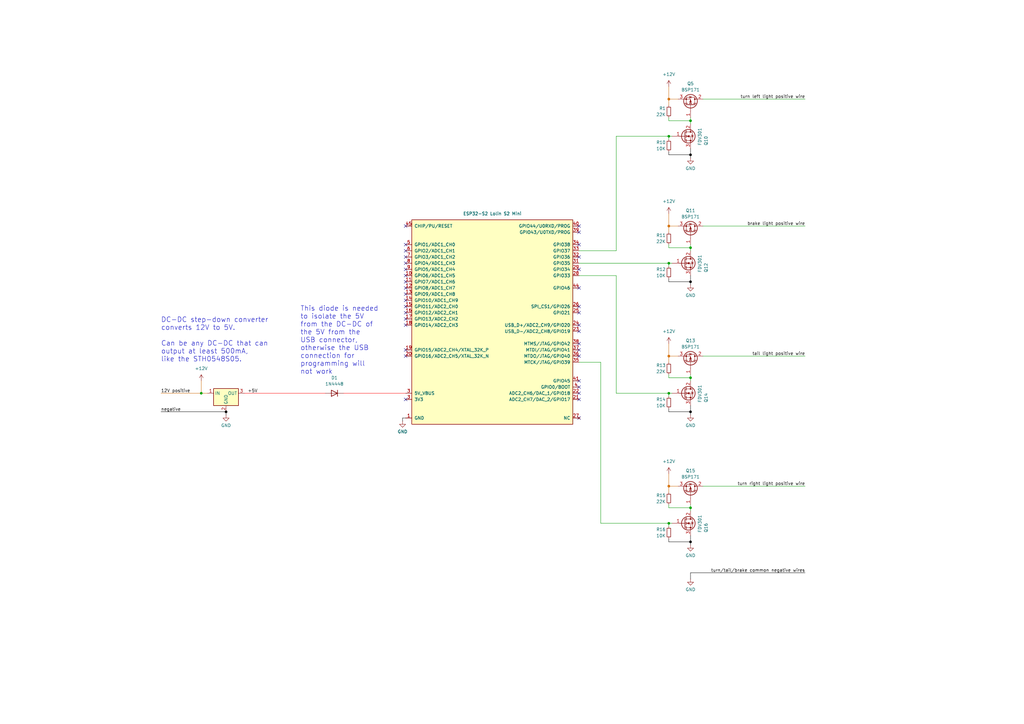
<source format=kicad_sch>
(kicad_sch (version 20230121) (generator eeschema)
  (paper "A3")
  (lib_symbols
    (symbol "Converter_DCDC:OKI-78SR-3.3_1.5-W36-C"
      (property "Reference" "U" (at -3.81 3.175 0))
      (property "Value" "OKI-78SR-3.3_1.5-W36-C" (at 0 3.175 0))
      (symbol "OKI-78SR-3.3_1.5-W36-C_0_1"
        (rectangle (start -5.08 1.905) (end 5.08 -5.08) (stroke (width 0.254)) (fill (type background)))
      )
      (symbol "OKI-78SR-3.3_1.5-W36-C_1_1"
        (pin power_in line (at -7.62 0 0) (length 2.54) (name "IN") (number "1"))
        (pin power_in line (at 0 -7.62 90) (length 2.54) (name "GND") (number "2"))
        (pin power_out line (at 7.62 0 180) (length 2.54) (name "OUT") (number "3"))
      )
    )
    (symbol "Device:R_Small" (pin_numbers hide) (pin_names (offset 0.254) hide)
      (property "Reference" "R" (at 0.762 0.508 0))
      (property "Value" "R_Small" (at 0.762 -1.016 0))
      (symbol "R_Small_0_1"
        (rectangle (start -0.762 1.778) (end 0.762 -1.778) (stroke (width 0.2032)))
      )
      (symbol "R_Small_1_1"
        (pin passive line (at 0 2.54 270) (length 0.762) (name "~") (number "1"))
        (pin passive line (at 0 -2.54 90) (length 0.762) (name "~") (number "2"))
      )
    )
    (symbol "Diode:1N4448" (pin_numbers hide) (pin_names hide)
      (property "Reference" "D" (at 0 2.54 0))
      (property "Value" "1N4448" (at 0 -2.54 0))
      (symbol "1N4448_0_1"
        (polyline (pts (xy -1.27 1.27) (xy -1.27 -1.27)) (stroke (width 0.254)))
        (polyline (pts (xy 1.27 0) (xy -1.27 0)))
        (polyline (pts (xy 1.27 1.27) (xy 1.27 -1.27) (xy -1.27 0) (xy 1.27 1.27)) (stroke (width 0.254)))
      )
      (symbol "1N4448_1_1"
        (pin passive line (at -3.81 0 0) (length 2.54) (name "K") (number "1"))
        (pin passive line (at 3.81 0 180) (length 2.54) (name "A") (number "2"))
      )
    )
    (symbol "Espressif:ESP32-S2-MINI-1" (pin_names (offset 1.016))
      (property "Reference" "U3" (at 0 50.8 0))
      (symbol "ESP32-S2-MINI-1_0_0"
        (pin power_in line (at -35.56 -35.56 0) (length 2.54) (name "GND") (number "1"))
        (pin passive line (at -35.56 -35.56 0) (length 2.54) hide (name "GND") (number "43"))
        (pin input line (at 35.56 17.78 180) (length 2.54) (name "GPIO46") (number "44"))
        (pin bidirectional line (at -35.56 43.18 0) (length 2.54) (name "CHIP/PU/RESET") (number "45"))
        (pin passive line (at -35.56 -35.56 0) (length 2.54) hide (name "GND") (number "46"))
        (pin passive line (at -35.56 -35.56 0) (length 2.54) hide (name "GND") (number "47"))
        (pin passive line (at -35.56 -35.56 0) (length 2.54) hide (name "GND") (number "48"))
        (pin passive line (at -35.56 -35.56 0) (length 2.54) hide (name "GND") (number "49"))
        (pin passive line (at -35.56 -35.56 0) (length 2.54) hide (name "GND") (number "50"))
        (pin passive line (at -35.56 -35.56 0) (length 2.54) hide (name "GND") (number "51"))
        (pin passive line (at -35.56 -35.56 0) (length 2.54) hide (name "GND") (number "52"))
        (pin passive line (at -35.56 -35.56 0) (length 2.54) hide (name "GND") (number "53"))
        (pin passive line (at -35.56 -35.56 0) (length 2.54) hide (name "GND") (number "54"))
        (pin passive line (at -35.56 -35.56 0) (length 2.54) hide (name "GND") (number "55"))
        (pin passive line (at -35.56 -35.56 0) (length 2.54) hide (name "GND") (number "56"))
        (pin passive line (at -35.56 -35.56 0) (length 2.54) hide (name "GND") (number "57"))
        (pin passive line (at -35.56 -35.56 0) (length 2.54) hide (name "GND") (number "58"))
        (pin passive line (at -35.56 -35.56 0) (length 2.54) hide (name "GND") (number "59"))
        (pin passive line (at -35.56 -35.56 0) (length 2.54) hide (name "GND") (number "60"))
        (pin passive line (at -35.56 -35.56 0) (length 2.54) hide (name "GND") (number "61"))
        (pin passive line (at -35.56 -35.56 0) (length 2.54) hide (name "GND") (number "62"))
        (pin passive line (at -35.56 -35.56 0) (length 2.54) hide (name "GND") (number "63"))
        (pin passive line (at -35.56 -35.56 0) (length 2.54) hide (name "GND") (number "64"))
        (pin passive line (at -35.56 -35.56 0) (length 2.54) hide (name "GND") (number "65"))
      )
      (symbol "ESP32-S2-MINI-1_1_1"
        (rectangle (start -33.02 45.72) (end 33.02 -38.1) (stroke (width 0.254)) (fill (type background)))
        (pin bidirectional line (at -35.56 22.86 0) (length 2.54) (name "GPIO6/ADC1_CH5") (number "10"))
        (pin bidirectional line (at -35.56 20.32 0) (length 2.54) (name "GPIO7/ADC1_CH6") (number "11"))
        (pin bidirectional line (at -35.56 17.78 0) (length 2.54) (name "GPIO8/ADC1_CH7") (number "12"))
        (pin bidirectional line (at -35.56 15.24 0) (length 2.54) (name "GPIO9/ADC1_CH8") (number "13"))
        (pin bidirectional line (at -35.56 12.7 0) (length 2.54) (name "GPIO10/ADC1_CH9") (number "14"))
        (pin bidirectional line (at -35.56 10.16 0) (length 2.54) (name "GPIO11/ADC2_CH0") (number "15"))
        (pin bidirectional line (at -35.56 7.62 0) (length 2.54) (name "GPIO12/ADC2_CH1") (number "16"))
        (pin bidirectional line (at -35.56 5.08 0) (length 2.54) (name "GPIO13/ADC2_CH2") (number "17"))
        (pin bidirectional line (at -35.56 2.54 0) (length 2.54) (name "GPIO14/ADC2_CH3") (number "18"))
        (pin bidirectional line (at -35.56 -7.62 0) (length 2.54) (name "GPIO15/ADC2_CH4/XTAL_32K_P") (number "19"))
        (pin passive line (at -35.56 -35.56 0) (length 2.54) hide (name "GND") (number "2"))
        (pin bidirectional line (at -35.56 -10.16 0) (length 2.54) (name "GPIO16/ADC2_CH5/XTAL_32K_N") (number "20"))
        (pin bidirectional line (at 35.56 -27.94 180) (length 2.54) (name "ADC2_CH7/DAC_2/GPIO17") (number "21"))
        (pin bidirectional line (at 35.56 -25.4 180) (length 2.54) (name "ADC2_CH6/DAC_1/GPIO18") (number "22"))
        (pin bidirectional line (at 35.56 0 180) (length 2.54) (name "USB_D-/ADC2_CH8/GPIO19") (number "23"))
        (pin bidirectional line (at 35.56 2.54 180) (length 2.54) (name "USB_D+/ADC2_CH9/GPIO20") (number "24"))
        (pin bidirectional line (at 35.56 7.62 180) (length 2.54) (name "GPIO21") (number "25"))
        (pin bidirectional line (at 35.56 10.16 180) (length 2.54) (name "SPI_CS1/GPIO26") (number "26"))
        (pin no_connect line (at 35.56 -35.56 180) (length 2.54) (name "NC") (number "27"))
        (pin bidirectional line (at 35.56 22.86 180) (length 2.54) (name "GPIO33") (number "28"))
        (pin bidirectional line (at 35.56 25.4 180) (length 2.54) (name "GPIO34") (number "29"))
        (pin power_in line (at -35.56 -27.94 0) (length 2.54) (name "3V3") (number "3"))
        (pin power_in line (at -35.56 -25.4 0) (length 2.54) (name "5V_VBUS") (number "3"))
        (pin passive line (at -35.56 -35.56 0) (length 2.54) hide (name "GND") (number "30"))
        (pin bidirectional line (at 35.56 27.94 180) (length 2.54) (name "GPIO35") (number "31"))
        (pin bidirectional line (at 35.56 30.48 180) (length 2.54) (name "GPIO36") (number "32"))
        (pin bidirectional line (at 35.56 33.02 180) (length 2.54) (name "GPIO37") (number "33"))
        (pin bidirectional line (at 35.56 35.56 180) (length 2.54) (name "GPIO38") (number "34"))
        (pin bidirectional line (at 35.56 -12.7 180) (length 2.54) (name "MTCK/JTAG/GPIO39") (number "35"))
        (pin bidirectional line (at 35.56 -10.16 180) (length 2.54) (name "MTDO/JTAG/GPIO40") (number "36"))
        (pin bidirectional line (at 35.56 -7.62 180) (length 2.54) (name "MTDI/JTAG/GPIO41") (number "37"))
        (pin bidirectional line (at 35.56 -5.08 180) (length 2.54) (name "MTMS/JTAG/GPIO42") (number "38"))
        (pin bidirectional line (at 35.56 40.64 180) (length 2.54) (name "GPIO43/U0TXD/PROG") (number "39"))
        (pin bidirectional line (at 35.56 -22.86 180) (length 2.54) (name "GPIO0/BOOT") (number "4"))
        (pin bidirectional line (at 35.56 43.18 180) (length 2.54) (name "GPIO44/U0RXD/PROG") (number "40"))
        (pin bidirectional line (at 35.56 -20.32 180) (length 2.54) (name "GPIO45") (number "41"))
        (pin passive line (at -35.56 -35.56 0) (length 2.54) hide (name "GND") (number "42"))
        (pin bidirectional line (at -35.56 35.56 0) (length 2.54) (name "GPIO1/ADC1_CH0") (number "5"))
        (pin bidirectional line (at -35.56 33.02 0) (length 2.54) (name "GPIO2/ADC1_CH1") (number "6"))
        (pin bidirectional line (at -35.56 30.48 0) (length 2.54) (name "GPIO3/ADC1_CH2") (number "7"))
        (pin bidirectional line (at -35.56 27.94 0) (length 2.54) (name "GPIO4/ADC1_CH3") (number "8"))
        (pin bidirectional line (at -35.56 25.4 0) (length 2.54) (name "GPIO5/ADC1_CH4") (number "9"))
      )
    )
    (symbol "Transistor_FET:BSP129" (pin_names hide)
      (property "Reference" "Q" (at 5.08 1.905 0))
      (property "Value" "BSP129" (at 5.08 0 0))
      (symbol "BSP129_0_1"
        (polyline (pts (xy 0.254 0) (xy -2.54 0)))
        (polyline (pts (xy 0.254 1.905) (xy 0.254 -1.905)) (stroke (width 0.254)))
        (polyline (pts (xy 0.762 -1.27) (xy 0.762 -2.286)) (stroke (width 0.254)))
        (polyline (pts (xy 0.762 0.508) (xy 0.762 -0.508)) (stroke (width 0.254)))
        (polyline (pts (xy 0.762 2.286) (xy 0.762 1.27)) (stroke (width 0.254)))
        (polyline (pts (xy 2.54 2.54) (xy 2.54 1.778)))
        (polyline (pts (xy 2.54 -2.54) (xy 2.54 0) (xy 0.762 0)))
        (polyline (pts (xy 0.762 -1.778) (xy 3.302 -1.778) (xy 3.302 1.778) (xy 0.762 1.778)))
        (polyline (pts (xy 1.016 0) (xy 2.032 0.381) (xy 2.032 -0.381) (xy 1.016 0)) (fill (type outline)))
        (polyline (pts (xy 2.794 0.508) (xy 2.921 0.381) (xy 3.683 0.381) (xy 3.81 0.254)))
        (polyline (pts (xy 3.302 0.381) (xy 2.921 -0.254) (xy 3.683 -0.254) (xy 3.302 0.381)))
        (circle (center 1.651 0) (radius 2.794) (stroke (width 0.254)))
        (circle (center 2.54 -1.778) (radius 0.254) (fill (type outline)))
        (circle (center 2.54 1.778) (radius 0.254) (fill (type outline)))
      )
      (symbol "BSP129_1_1"
        (pin input line (at -5.08 0 0) (length 5.08) (name "G") (number "1"))
        (pin passive line (at 2.54 5.08 270) (length 2.54) (name "D") (number "2"))
        (pin passive line (at 2.54 -5.08 90) (length 2.54) (name "S") (number "3"))
      )
    )
    (symbol "Transistor_FET:IRF9540N" (pin_names hide)
      (property "Reference" "Q" (at 5.08 1.905 0))
      (property "Value" "IRF9540N" (at 5.08 0 0))
      (symbol "IRF9540N_0_1"
        (polyline (pts (xy 0.254 0) (xy -2.54 0)))
        (polyline (pts (xy 0.254 1.905) (xy 0.254 -1.905)) (stroke (width 0.254)))
        (polyline (pts (xy 0.762 -1.27) (xy 0.762 -2.286)) (stroke (width 0.254)))
        (polyline (pts (xy 0.762 0.508) (xy 0.762 -0.508)) (stroke (width 0.254)))
        (polyline (pts (xy 0.762 2.286) (xy 0.762 1.27)) (stroke (width 0.254)))
        (polyline (pts (xy 2.54 2.54) (xy 2.54 1.778)))
        (polyline (pts (xy 2.54 -2.54) (xy 2.54 0) (xy 0.762 0)))
        (polyline (pts (xy 0.762 1.778) (xy 3.302 1.778) (xy 3.302 -1.778) (xy 0.762 -1.778)))
        (polyline (pts (xy 2.286 0) (xy 1.27 0.381) (xy 1.27 -0.381) (xy 2.286 0)) (fill (type outline)))
        (polyline (pts (xy 2.794 -0.508) (xy 2.921 -0.381) (xy 3.683 -0.381) (xy 3.81 -0.254)))
        (polyline (pts (xy 3.302 -0.381) (xy 2.921 0.254) (xy 3.683 0.254) (xy 3.302 -0.381)))
        (circle (center 1.651 0) (radius 2.794) (stroke (width 0.254)))
        (circle (center 2.54 -1.778) (radius 0.254) (fill (type outline)))
        (circle (center 2.54 1.778) (radius 0.254) (fill (type outline)))
      )
      (symbol "IRF9540N_1_1"
        (pin input line (at -5.08 0 0) (length 2.54) (name "G") (number "1"))
        (pin passive line (at 2.54 5.08 270) (length 2.54) (name "D") (number "2"))
        (pin passive line (at 2.54 -5.08 90) (length 2.54) (name "S") (number "3"))
      )
    )
    (symbol "power:+12V" (power) (pin_names (offset 0))
      (property "Value" "+12V" (at 0 3.556 0))
      (symbol "+12V_0_1"
        (polyline (pts (xy -0.762 1.27) (xy 0 2.54)))
        (polyline (pts (xy 0 0) (xy 0 2.54)))
        (polyline (pts (xy 0 2.54) (xy 0.762 1.27)))
      )
      (symbol "+12V_1_1"
        (pin power_in line (at 0 0 90) (length 0) hide (name "+12V") (number "1"))
      )
    )
    (symbol "power:GND" (power) (pin_names (offset 0))
      (property "Value" "GND" (at 0 -3.81 0))
      (symbol "GND_0_1"
        (polyline (pts (xy 0 0) (xy 0 -1.27) (xy 1.27 -1.27) (xy 0 -2.54) (xy -1.27 -1.27) (xy 0 -1.27)))
      )
      (symbol "GND_1_1"
        (pin power_in line (at 0 0 270) (length 0) hide (name "GND") (number "1"))
      )
    )
  )
  (junction (at 283.21 63.5) (color 0 0 0 1))
  (junction (at 92.71 168.91) (color 0 0 0 1))
  (junction (at 283.21 101.6))
  (junction (at 274.32 40.64) (color 204 102 0 1))
  (junction (at 274.32 55.88))
  (junction (at 274.32 146.05) (color 204 102 0 1))
  (junction (at 283.21 222.25) (color 0 0 0 1))
  (junction (at 283.21 168.91) (color 0 0 0 1))
  (junction (at 274.32 107.95))
  (junction (at 283.21 154.94))
  (junction (at 274.32 92.71) (color 204 102 0 1))
  (junction (at 283.21 49.53))
  (junction (at 274.32 161.29))
  (junction (at 82.55 161.29))
  (junction (at 274.32 199.39) (color 204 102 0 1))
  (junction (at 283.21 115.57) (color 0 0 0 1))
  (junction (at 283.21 208.28))
  (junction (at 274.32 214.63))
  (no_connect (at 166.37 125.73))
  (no_connect (at 237.49 105.41))
  (no_connect (at 166.37 128.27))
  (no_connect (at 166.37 143.51))
  (no_connect (at 237.49 110.49))
  (no_connect (at 237.49 125.73))
  (no_connect (at 237.49 92.71))
  (no_connect (at 166.37 146.05))
  (no_connect (at 237.49 143.51))
  (no_connect (at 237.49 161.29))
  (no_connect (at 166.37 133.35))
  (no_connect (at 237.49 135.89))
  (no_connect (at 166.37 120.65))
  (no_connect (at 237.49 163.83))
  (no_connect (at 166.37 163.83))
  (no_connect (at 166.37 115.57))
  (no_connect (at 237.49 140.97))
  (no_connect (at 166.37 118.11))
  (no_connect (at 166.37 102.87))
  (no_connect (at 166.37 110.49))
  (no_connect (at 166.37 100.33))
  (no_connect (at 237.49 171.45))
  (no_connect (at 237.49 133.35))
  (no_connect (at 166.37 130.81))
  (no_connect (at 237.49 95.25))
  (no_connect (at 237.49 158.75))
  (no_connect (at 237.49 156.21))
  (no_connect (at 166.37 92.71))
  (no_connect (at 166.37 105.41))
  (no_connect (at 237.49 146.05))
  (no_connect (at 237.49 128.27))
  (no_connect (at 237.49 100.33))
  (no_connect (at 166.37 123.19))
  (no_connect (at 166.37 113.03))
  (no_connect (at 237.49 118.11))
  (no_connect (at 166.37 107.95))
  (wire (pts (xy 66.04 168.91) (xy 92.71 168.91)) (stroke (width 0) (color 0 0 0 1)))
  (wire (pts (xy 274.32 208.28) (xy 283.21 208.28)))
  (wire (pts (xy 274.32 107.95) (xy 274.32 109.22)))
  (wire (pts (xy 283.21 208.28) (xy 283.21 209.55)))
  (wire (pts (xy 274.32 101.6) (xy 283.21 101.6)))
  (wire (pts (xy 330.2 92.71) (xy 288.29 92.71)))
  (wire (pts (xy 140.97 161.29) (xy 166.37 161.29)) (stroke (width 0) (color 255 0 0 1)))
  (wire (pts (xy 274.32 55.88) (xy 274.32 57.15)))
  (wire (pts (xy 274.32 199.39) (xy 274.32 201.93)) (stroke (width 0) (color 204 102 0 1)))
  (wire (pts (xy 274.32 48.26) (xy 274.32 49.53)))
  (wire (pts (xy 283.21 234.95) (xy 283.21 237.49)) (stroke (width 0) (color 0 0 0 1)))
  (wire (pts (xy 274.32 62.23) (xy 274.32 63.5)) (stroke (width 0) (color 0 0 0 1)))
  (wire (pts (xy 274.32 63.5) (xy 283.21 63.5)) (stroke (width 0) (color 0 0 0 1)))
  (wire (pts (xy 330.2 199.39) (xy 288.29 199.39)))
  (wire (pts (xy 252.73 113.03) (xy 237.49 113.03)))
  (wire (pts (xy 283.21 115.57) (xy 283.21 116.84)) (stroke (width 0) (color 0 0 0 1)))
  (wire (pts (xy 237.49 148.59) (xy 246.38 148.59)))
  (wire (pts (xy 283.21 63.5) (xy 283.21 64.77)) (stroke (width 0) (color 0 0 0 1)))
  (wire (pts (xy 274.32 199.39) (xy 278.13 199.39)) (stroke (width 0) (color 204 102 0 1)))
  (wire (pts (xy 275.59 161.29) (xy 274.32 161.29)))
  (wire (pts (xy 274.32 146.05) (xy 274.32 148.59)) (stroke (width 0) (color 204 102 0 1)))
  (wire (pts (xy 100.33 161.29) (xy 133.35 161.29)) (stroke (width 0) (color 255 0 0 1)))
  (wire (pts (xy 283.21 48.26) (xy 283.21 49.53)))
  (wire (pts (xy 283.21 207.01) (xy 283.21 208.28)))
  (wire (pts (xy 85.09 161.29) (xy 82.55 161.29)) (stroke (width 0) (color 204 102 0 1)))
  (wire (pts (xy 252.73 102.87) (xy 252.73 55.88)))
  (wire (pts (xy 252.73 161.29) (xy 274.32 161.29)))
  (wire (pts (xy 283.21 219.71) (xy 283.21 222.25)) (stroke (width 0) (color 0 0 0 1)))
  (wire (pts (xy 283.21 100.33) (xy 283.21 101.6)))
  (wire (pts (xy 274.32 214.63) (xy 274.32 215.9)))
  (wire (pts (xy 275.59 55.88) (xy 274.32 55.88)))
  (wire (pts (xy 274.32 40.64) (xy 278.13 40.64)) (stroke (width 0) (color 204 102 0 1)))
  (wire (pts (xy 274.32 199.39) (xy 274.32 194.31)) (stroke (width 0) (color 204 102 0 1)))
  (wire (pts (xy 66.04 161.29) (xy 82.55 161.29)) (stroke (width 0) (color 204 102 0 1)))
  (wire (pts (xy 274.32 55.88) (xy 252.73 55.88)))
  (wire (pts (xy 274.32 92.71) (xy 278.13 92.71)) (stroke (width 0) (color 204 102 0 1)))
  (wire (pts (xy 274.32 168.91) (xy 283.21 168.91)) (stroke (width 0) (color 0 0 0 1)))
  (wire (pts (xy 283.21 222.25) (xy 283.21 223.52)) (stroke (width 0) (color 0 0 0 1)))
  (wire (pts (xy 274.32 92.71) (xy 274.32 95.25)) (stroke (width 0) (color 204 102 0 1)))
  (wire (pts (xy 283.21 168.91) (xy 283.21 170.18)) (stroke (width 0) (color 0 0 0 1)))
  (wire (pts (xy 92.71 168.91) (xy 92.71 170.18)) (stroke (width 0) (color 0 0 0 1)))
  (wire (pts (xy 283.21 49.53) (xy 283.21 50.8)))
  (wire (pts (xy 283.21 101.6) (xy 283.21 102.87)))
  (wire (pts (xy 274.32 207.01) (xy 274.32 208.28)))
  (wire (pts (xy 246.38 214.63) (xy 274.32 214.63)))
  (wire (pts (xy 274.32 161.29) (xy 274.32 162.56)))
  (wire (pts (xy 274.32 222.25) (xy 283.21 222.25)) (stroke (width 0) (color 0 0 0 1)))
  (wire (pts (xy 283.21 166.37) (xy 283.21 168.91)) (stroke (width 0) (color 0 0 0 1)))
  (wire (pts (xy 274.32 167.64) (xy 274.32 168.91)) (stroke (width 0) (color 0 0 0 1)))
  (wire (pts (xy 165.1 171.45) (xy 165.1 172.72)) (stroke (width 0) (color 0 0 0 1)))
  (wire (pts (xy 274.32 146.05) (xy 274.32 140.97)) (stroke (width 0) (color 204 102 0 1)))
  (wire (pts (xy 274.32 40.64) (xy 274.32 43.18)) (stroke (width 0) (color 204 102 0 1)))
  (wire (pts (xy 274.32 154.94) (xy 283.21 154.94)))
  (wire (pts (xy 274.32 92.71) (xy 274.32 87.63)) (stroke (width 0) (color 204 102 0 1)))
  (wire (pts (xy 274.32 49.53) (xy 283.21 49.53)))
  (wire (pts (xy 274.32 220.98) (xy 274.32 222.25)) (stroke (width 0) (color 0 0 0 1)))
  (wire (pts (xy 237.49 107.95) (xy 274.32 107.95)))
  (wire (pts (xy 330.2 234.95) (xy 283.21 234.95)) (stroke (width 0) (color 0 0 0 1)))
  (wire (pts (xy 283.21 153.67) (xy 283.21 154.94)))
  (wire (pts (xy 274.32 146.05) (xy 278.13 146.05)) (stroke (width 0) (color 204 102 0 1)))
  (wire (pts (xy 275.59 214.63) (xy 274.32 214.63)))
  (wire (pts (xy 330.2 40.64) (xy 288.29 40.64)))
  (wire (pts (xy 252.73 161.29) (xy 252.73 113.03)))
  (wire (pts (xy 237.49 102.87) (xy 252.73 102.87)))
  (wire (pts (xy 274.32 115.57) (xy 283.21 115.57)) (stroke (width 0) (color 0 0 0 1)))
  (wire (pts (xy 283.21 154.94) (xy 283.21 156.21)))
  (wire (pts (xy 330.2 146.05) (xy 288.29 146.05)))
  (wire (pts (xy 283.21 113.03) (xy 283.21 115.57)) (stroke (width 0) (color 0 0 0 1)))
  (wire (pts (xy 82.55 161.29) (xy 82.55 156.21)) (stroke (width 0) (color 204 102 0 1)))
  (wire (pts (xy 274.32 100.33) (xy 274.32 101.6)))
  (wire (pts (xy 274.32 40.64) (xy 274.32 35.56)) (stroke (width 0) (color 204 102 0 1)))
  (wire (pts (xy 275.59 107.95) (xy 274.32 107.95)))
  (wire (pts (xy 165.1 171.45) (xy 166.37 171.45)) (stroke (width 0) (color 0 0 0 1)))
  (wire (pts (xy 274.32 153.67) (xy 274.32 154.94)))
  (wire (pts (xy 246.38 148.59) (xy 246.38 214.63)))
  (wire (pts (xy 283.21 60.96) (xy 283.21 63.5)) (stroke (width 0) (color 0 0 0 1)))
  (wire (pts (xy 274.32 114.3) (xy 274.32 115.57)) (stroke (width 0) (color 0 0 0 1)))
  (text "DC-DC step-down converter\nconverts 12V to 5V.\n\nCan be any DC-DC that can\noutput at least 500mA,\nlike the STH0548S05." (at 66.04 148.59 0) (effects (font (size 2.0066 2.0066)) (justify left bottom)))
  (text "This diode is needed\nto isolate the 5V\nfrom the DC-DC of\nthe 5V from the\nUSB connector,\notherwise the USB\nconnection for\nprogramming will\nnot work" (at 123.19 153.67 0) (effects (font (size 2.0066 2.0066)) (justify left bottom)))
  (label "turn right light positive wire" (at 330.2 199.39 180))
  (label "turn{slash}tail{slash}brake common negative wires" (at 330.2 234.95 180))
  (label "12V positive" (at 66.04 161.29 0))
  (label "tail light positive wire" (at 330.2 146.05 180))
  (label "negative" (at 66.04 168.91 0))
  (label "brake light positive wire" (at 330.2 92.71 180))
  (label "turn left light positive wire" (at 330.2 40.64 180))
  (label "+5V" (at 101.6 161.29 0))
  (symbol (lib_id "Transistor_FET:BSP129") (at 280.67 107.95 0) (unit 1)
    (property "Reference" "Q12" (at 289.56 111.76 90) (effects (justify left)))
    (property "Value" "FDV301" (at 287.02 111.76 90) (effects (justify left)))
    (property "Footprint" "Package_TO_SOT_SMD:SOT-223-3_TabPin2" (effects hide))
    (property "Datasheet" "https://www.infineon.com/dgdl/Infineon-BSP129-DS-v01_42-en.pdf?fileId=db3a30433c1a8752013c1fc296d2395f" (effects hide))
  )
  (symbol (lib_id "Device:R_Small") (at 274.32 59.69 0) (mirror x) (unit 1)
    (property "Reference" "R10" (at 273.05 58.42 0) (effects (justify right)))
    (property "Value" "10K" (at 273.05 60.96 0) (effects (justify right)))
  )
  (symbol (lib_id "Transistor_FET:BSP129") (at 280.67 214.63 0) (unit 1)
    (property "Reference" "Q16" (at 289.56 218.44 90) (effects (justify left)))
    (property "Value" "FDV301" (at 287.02 218.44 90) (effects (justify left)))
    (property "Footprint" "Package_TO_SOT_SMD:SOT-223-3_TabPin2" (effects hide))
    (property "Datasheet" "https://www.infineon.com/dgdl/Infineon-BSP129-DS-v01_42-en.pdf?fileId=db3a30433c1a8752013c1fc296d2395f" (effects hide))
  )
  (symbol (lib_id "Transistor_FET:IRF9540N") (at 283.21 43.18 270) (mirror x) (unit 1)
    (property "Reference" "Q5" (at 283.21 34.29 90))
    (property "Value" "BSP171" (at 283.21 36.83 90))
    (property "Footprint" "Package_TO_SOT_THT:TO-220-3_Vertical" (effects hide))
    (property "Datasheet" "http://www.irf.com/product-info/datasheets/data/irf9540n.pdf" (effects hide))
  )
  (symbol (lib_id "power:GND") (at 283.21 170.18 0) (unit 1)
    (property "Reference" "#PWR018" (effects hide))
    (property "Value" "GND" (at 283.21 174.498 0))
  )
  (symbol (lib_id "power:GND") (at 92.71 170.18 0) (unit 1)
    (property "Reference" "#PWR013" (effects hide))
    (property "Value" "GND" (at 92.71 174.498 0))
  )
  (symbol (lib_id "power:GND") (at 283.21 223.52 0) (unit 1)
    (property "Reference" "#PWR020" (effects hide))
    (property "Value" "GND" (at 283.21 227.838 0))
  )
  (symbol (lib_id "power:GND") (at 283.21 237.49 0) (unit 1)
    (property "Reference" "#PWR021" (effects hide))
    (property "Value" "GND" (at 283.21 241.808 0))
  )
  (symbol (lib_id "power:+12V") (at 274.32 194.31 0) (mirror y) (unit 1)
    (property "Reference" "#PWR019" (effects hide))
    (property "Value" "+12V" (at 274.32 189.23 0))
  )
  (symbol (lib_id "Transistor_FET:BSP129") (at 280.67 55.88 0) (unit 1)
    (property "Reference" "Q10" (at 289.56 59.69 90) (effects (justify left)))
    (property "Value" "FDV301" (at 287.02 59.69 90) (effects (justify left)))
    (property "Footprint" "Package_TO_SOT_SMD:SOT-223-3_TabPin2" (effects hide))
    (property "Datasheet" "https://www.infineon.com/dgdl/Infineon-BSP129-DS-v01_42-en.pdf?fileId=db3a30433c1a8752013c1fc296d2395f" (effects hide))
  )
  (symbol (lib_id "power:GND") (at 283.21 64.77 0) (unit 1)
    (property "Reference" "#PWR02" (effects hide))
    (property "Value" "GND" (at 283.21 69.088 0))
  )
  (symbol (lib_id "power:+12V") (at 82.55 156.21 0) (mirror y) (unit 1)
    (property "Reference" "#PWR014" (effects hide))
    (property "Value" "+12V" (at 82.55 151.13 0))
  )
  (symbol (lib_id "Transistor_FET:IRF9540N") (at 283.21 201.93 270) (mirror x) (unit 1)
    (property "Reference" "Q15" (at 283.21 193.04 90))
    (property "Value" "BSP171" (at 283.21 195.58 90))
    (property "Footprint" "Package_TO_SOT_THT:TO-220-3_Vertical" (effects hide))
    (property "Datasheet" "http://www.irf.com/product-info/datasheets/data/irf9540n.pdf" (effects hide))
  )
  (symbol (lib_id "power:+12V") (at 274.32 87.63 0) (mirror y) (unit 1)
    (property "Reference" "#PWR015" (effects hide))
    (property "Value" "+12V" (at 274.32 82.55 0))
  )
  (symbol (lib_id "Transistor_FET:IRF9540N") (at 283.21 95.25 270) (mirror x) (unit 1)
    (property "Reference" "Q11" (at 283.21 86.36 90))
    (property "Value" "BSP171" (at 283.21 88.9 90))
    (property "Footprint" "Package_TO_SOT_THT:TO-220-3_Vertical" (effects hide))
    (property "Datasheet" "http://www.irf.com/product-info/datasheets/data/irf9540n.pdf" (effects hide))
  )
  (symbol (lib_id "Device:R_Small") (at 274.32 111.76 0) (mirror x) (unit 1)
    (property "Reference" "R12" (at 273.05 110.49 0) (effects (justify right)))
    (property "Value" "10K" (at 273.05 113.03 0) (effects (justify right)))
  )
  (symbol (lib_id "Transistor_FET:IRF9540N") (at 283.21 148.59 270) (mirror x) (unit 1)
    (property "Reference" "Q13" (at 283.21 139.7 90))
    (property "Value" "BSP171" (at 283.21 142.24 90))
    (property "Footprint" "Package_TO_SOT_THT:TO-220-3_Vertical" (effects hide))
    (property "Datasheet" "http://www.irf.com/product-info/datasheets/data/irf9540n.pdf" (effects hide))
  )
  (symbol (lib_id "Converter_DCDC:OKI-78SR-3.3_1.5-W36-C") (at 92.71 161.29 0) (unit 1)
    (property "Reference" "U1" (effects hide))
    (property "Value" "Step-down converter  to 3.3V" (effects hide))
    (property "Footprint" "Converter_DCDC:Converter_DCDC_Murata_OKI-78SR_Vertical" (effects hide))
    (property "Datasheet" "https://power.murata.com/data/power/oki-78sr.pdf" (effects hide))
  )
  (symbol (lib_id "Device:R_Small") (at 274.32 218.44 0) (mirror x) (unit 1)
    (property "Reference" "R16" (at 273.05 217.17 0) (effects (justify right)))
    (property "Value" "10K" (at 273.05 219.71 0) (effects (justify right)))
  )
  (symbol (lib_id "Device:R_Small") (at 274.32 204.47 0) (unit 1)
    (property "Reference" "R15" (at 273.05 203.2 0) (effects (justify right)))
    (property "Value" "22K" (at 273.05 205.74 0) (effects (justify right)))
  )
  (symbol (lib_id "power:+12V") (at 274.32 140.97 0) (mirror y) (unit 1)
    (property "Reference" "#PWR017" (effects hide))
    (property "Value" "+12V" (at 274.32 135.89 0))
  )
  (symbol (lib_id "power:GND") (at 165.1 172.72 0) (mirror y) (unit 1)
    (property "Reference" "#PWR012" (effects hide))
    (property "Value" "GND" (at 165.1 177.038 0))
  )
  (symbol (lib_id "Device:R_Small") (at 274.32 45.72 0) (unit 1)
    (property "Reference" "R1" (at 273.05 44.45 0) (effects (justify right)))
    (property "Value" "22K" (at 273.05 46.99 0) (effects (justify right)))
  )
  (symbol (lib_id "Transistor_FET:BSP129") (at 280.67 161.29 0) (unit 1)
    (property "Reference" "Q14" (at 289.56 165.1 90) (effects (justify left)))
    (property "Value" "FDV301" (at 287.02 165.1 90) (effects (justify left)))
    (property "Footprint" "Package_TO_SOT_SMD:SOT-223-3_TabPin2" (effects hide))
    (property "Datasheet" "https://www.infineon.com/dgdl/Infineon-BSP129-DS-v01_42-en.pdf?fileId=db3a30433c1a8752013c1fc296d2395f" (effects hide))
  )
  (symbol (lib_id "power:+12V") (at 274.32 35.56 0) (mirror y) (unit 1)
    (property "Reference" "#PWR01" (effects hide))
    (property "Value" "+12V" (at 274.32 30.48 0))
  )
  (symbol (lib_id "Device:R_Small") (at 274.32 97.79 0) (unit 1)
    (property "Reference" "R11" (at 273.05 96.52 0) (effects (justify right)))
    (property "Value" "22K" (at 273.05 99.06 0) (effects (justify right)))
  )
  (symbol (lib_id "Device:R_Small") (at 274.32 151.13 0) (unit 1)
    (property "Reference" "R13" (at 273.05 149.86 0) (effects (justify right)))
    (property "Value" "22K" (at 273.05 152.4 0) (effects (justify right)))
  )
  (symbol (lib_id "Espressif:ESP32-S2-MINI-1") (at 201.93 135.89 0) (unit 1)
    (property "Reference" "U2" (effects hide))
    (property "Value" "ESP32-S2 Lolin S2 Mini" (at 201.93 87.63 0))
    (property "Footprint" "Espressif:ESP32-S2-MINI-1" (effects hide))
    (property "Datasheet" "https://www.espressif.com/sites/default/files/documentation/esp32-s2-mini-1_esp32-s2-mini-1u_datasheet_en.pdf" (effects hide))
  )
  (symbol (lib_id "Diode:1N4448") (at 137.16 161.29 180) (unit 1)
    (property "Reference" "D1" (at 137.16 154.94 0))
    (property "Value" "1N4448" (at 137.16 157.48 0))
    (property "Footprint" "Diode_THT:D_DO-35_SOD27_P7.62mm_Horizontal" (effects hide))
    (property "Datasheet" "https://assets.nexperia.com/documents/data-sheet/1N4148_1N4448.pdf" (effects hide))
    (property "Sim.Device" "D" (effects hide))
    (property "Sim.Pins" "1=K 2=A" (effects hide))
  )
  (symbol (lib_id "power:GND") (at 283.21 116.84 0) (unit 1)
    (property "Reference" "#PWR016" (effects hide))
    (property "Value" "GND" (at 283.21 121.158 0))
  )
  (symbol (lib_id "Device:R_Small") (at 274.32 165.1 0) (mirror x) (unit 1)
    (property "Reference" "R14" (at 273.05 163.83 0) (effects (justify right)))
    (property "Value" "10K" (at 273.05 166.37 0) (effects (justify right)))
  )
)
</source>
